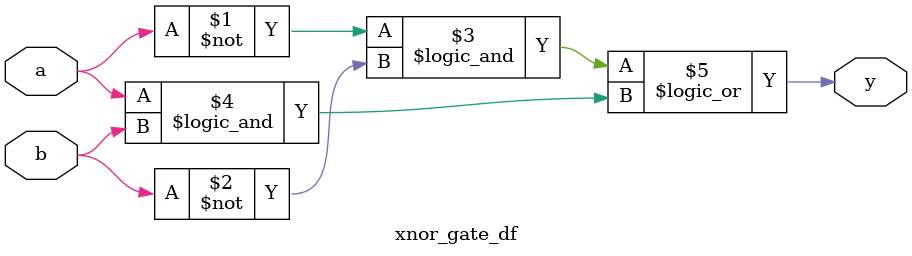
<source format=v>

module xnor_gate_df(input a,input b,output y); // define module to test run
	assign y=((~a) && (~b)) || (a && b);
endmodule

</source>
